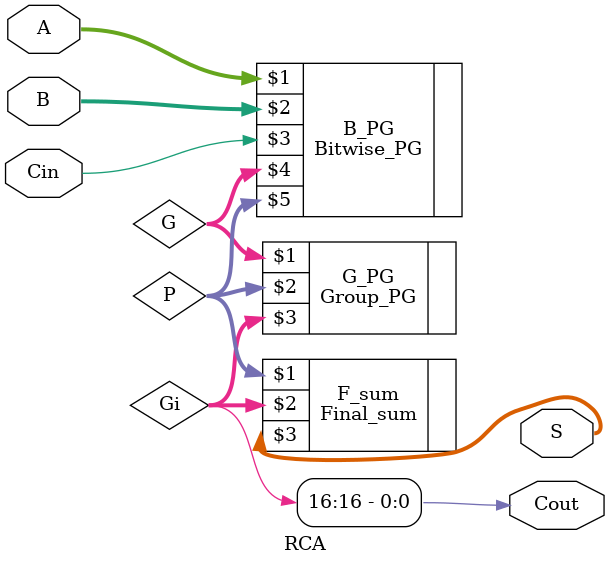
<source format=v>
`timescale 1ns / 1ps
module RCA #(parameter WIDTH = 16, VALENCY = 2)(
    input [WIDTH:1] A,
    input [WIDTH:1] B,
    input Cin,
    output [WIDTH:1] S,
    output Cout
    );
    wire [WIDTH:0] G, P, Gi;
    
    Bitwise_PG #(WIDTH) B_PG(A, B, Cin, G, P);
    
    Group_PG #(WIDTH, VALENCY) G_PG(G, P, Gi);
    
    Final_sum #(WIDTH) F_sum(P, Gi, S);
    
    assign Cout = Gi[WIDTH];
endmodule

</source>
